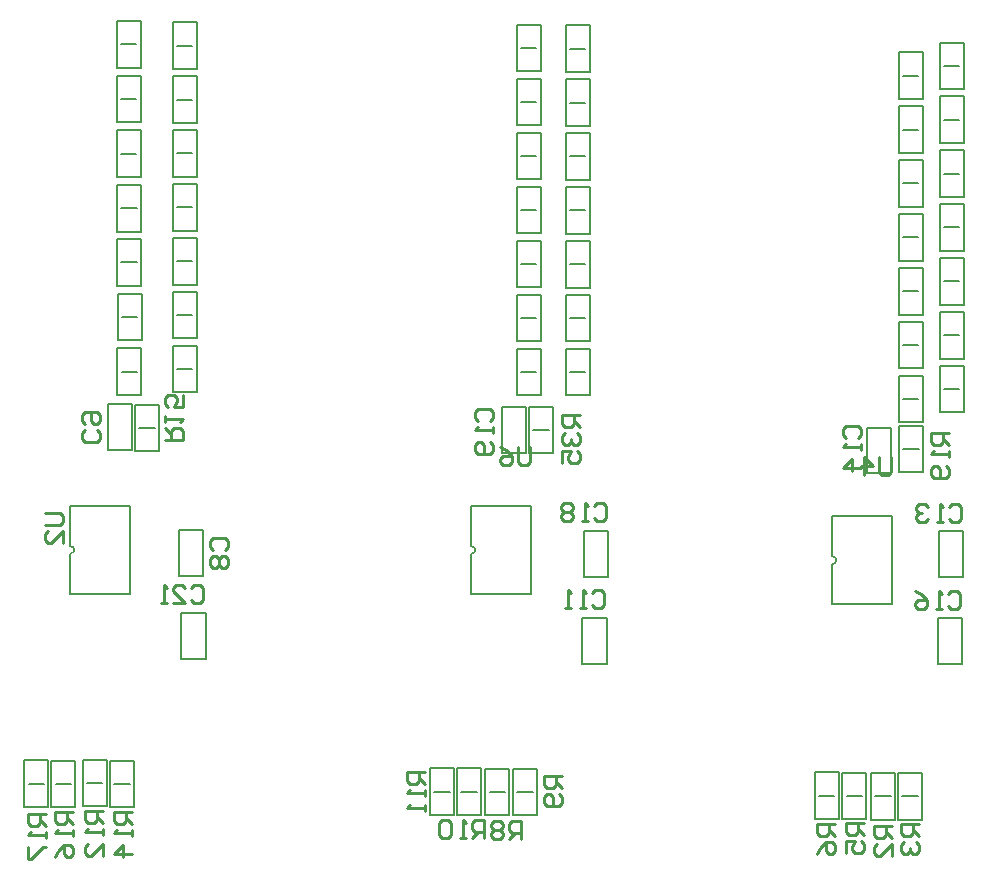
<source format=gbo>
G04 Layer_Color=32896*
%FSLAX25Y25*%
%MOIN*%
G70*
G01*
G75*
%ADD40C,0.00787*%
%ADD41C,0.00500*%
%ADD42C,0.01000*%
D40*
X349200Y191893D02*
G03*
X349200Y194393I0J1250D01*
G01*
X228850Y195293D02*
G03*
X228850Y197793I0J1250D01*
G01*
X95200Y195307D02*
G03*
X95200Y197807I0J1250D01*
G01*
X81241Y118700D02*
X86359D01*
X90241Y118600D02*
X95359D01*
X109841Y118500D02*
X114959D01*
X100741Y118800D02*
X105859D01*
X244141Y115800D02*
X249259D01*
X225541Y116000D02*
X230659D01*
X216541Y116000D02*
X221659D01*
X234941Y115900D02*
X240059D01*
X344741Y114700D02*
X349859D01*
X353941Y114500D02*
X359059D01*
X363541Y114400D02*
X368659D01*
X372441Y114400D02*
X377559D01*
X372841Y230200D02*
X377959D01*
X349200Y207769D02*
X369200D01*
Y178517D02*
Y207769D01*
X349200Y178517D02*
X369200D01*
X349200D02*
Y191893D01*
Y194393D02*
Y207769D01*
X372716Y246831D02*
X377835D01*
X372716Y264803D02*
X377835D01*
X372716Y282776D02*
X377835D01*
X372716Y300748D02*
X377835D01*
X372716Y318721D02*
X377835D01*
X372716Y336693D02*
X377835D01*
X372716Y354665D02*
X377835D01*
X386417Y250131D02*
X391535D01*
X386417Y268103D02*
X391535D01*
X386417Y286076D02*
X391535D01*
X386417Y304048D02*
X391535D01*
X386417Y322021D02*
X391535D01*
X386417Y339993D02*
X391535D01*
X386417Y357965D02*
X391535D01*
X261717Y327720D02*
X266835D01*
X261717Y255831D02*
X266835D01*
X261717Y273803D02*
X266835D01*
X261717Y291776D02*
X266835D01*
X261717Y309748D02*
X266835D01*
X261717Y345693D02*
X266835D01*
X261717Y363665D02*
X266835D01*
X228850Y211169D02*
X248850D01*
Y181917D02*
Y211169D01*
X228850Y181917D02*
X248850D01*
X228850D02*
Y195293D01*
Y197793D02*
Y211169D01*
X249541Y236500D02*
X254659D01*
X118141Y237300D02*
X123259D01*
X95200Y211183D02*
X115200D01*
Y181931D02*
Y211183D01*
X95200Y181931D02*
X115200D01*
X95200D02*
Y195307D01*
Y197807D02*
Y211183D01*
X130717Y364665D02*
X135835D01*
X130717Y256831D02*
X135835D01*
X130717Y274803D02*
X135835D01*
X130717Y292776D02*
X135835D01*
X130717Y310748D02*
X135835D01*
X130717Y328720D02*
X135835D01*
X130717Y346693D02*
X135835D01*
X112004Y365059D02*
X117122D01*
X112004Y346850D02*
X117122D01*
X112004Y328642D02*
X117122D01*
X112201Y310433D02*
X117319D01*
X112201Y292421D02*
X117319D01*
X112398Y274114D02*
X117516D01*
X112299Y256004D02*
X117417D01*
X245370Y363779D02*
X250488D01*
X245370Y345807D02*
X250488D01*
X245370Y327835D02*
X250488D01*
X245370Y309862D02*
X250488D01*
X245370Y291890D02*
X250488D01*
X245370Y273917D02*
X250488D01*
X245370Y255945D02*
X250488D01*
D41*
X79804Y110964D02*
Y126436D01*
Y110964D02*
X87796D01*
Y126436D01*
X79804D02*
X87796D01*
X96796Y110864D02*
Y126336D01*
X88804D02*
X96796D01*
X88804Y110864D02*
Y126336D01*
Y110864D02*
X96796D01*
X108404Y110764D02*
Y126236D01*
Y110764D02*
X116396D01*
Y126236D01*
X108404D02*
X116396D01*
X107296Y111064D02*
Y126536D01*
X99304D02*
X107296D01*
X99304Y111064D02*
Y126536D01*
Y111064D02*
X107296D01*
X242704Y108064D02*
Y123536D01*
Y108064D02*
X250696D01*
Y123536D01*
X242704D02*
X250696D01*
X232096Y108264D02*
Y123736D01*
X224104D02*
X232096D01*
X224104Y108264D02*
Y123736D01*
Y108264D02*
X232096D01*
X215104D02*
Y123736D01*
Y108264D02*
X223096D01*
Y123736D01*
X215104D02*
X223096D01*
X241496Y108164D02*
Y123636D01*
X233504D02*
X241496D01*
X233504Y108164D02*
Y123636D01*
Y108164D02*
X241496D01*
X343304Y106964D02*
Y122436D01*
Y106964D02*
X351296D01*
Y122436D01*
X343304D02*
X351296D01*
X360496Y106764D02*
Y122236D01*
X352504D02*
X360496D01*
X352504Y106764D02*
Y122236D01*
Y106764D02*
X360496D01*
X370096Y106664D02*
Y122136D01*
X362104D02*
X370096D01*
X362104Y106664D02*
Y122136D01*
Y106664D02*
X370096D01*
X371004D02*
Y122136D01*
Y106664D02*
X378996D01*
Y122136D01*
X371004D02*
X378996D01*
X265850Y173835D02*
X273950D01*
Y158645D02*
Y173835D01*
X265850Y158645D02*
Y173835D01*
Y158645D02*
X273950D01*
X384350Y173795D02*
X392450D01*
Y158605D02*
Y173795D01*
X384350Y158605D02*
Y173795D01*
Y158605D02*
X392450D01*
X132150Y175495D02*
X140250D01*
Y160305D02*
Y175495D01*
X132150Y160305D02*
Y175495D01*
Y160305D02*
X140250D01*
X131350Y187905D02*
X139450D01*
X131350D02*
Y203095D01*
X139450Y187905D02*
Y203095D01*
X131350D02*
X139450D01*
X266250Y187705D02*
X274350D01*
X266250D02*
Y202895D01*
X274350Y187705D02*
Y202895D01*
X266250D02*
X274350D01*
X360650Y237295D02*
X368750D01*
Y222105D02*
Y237295D01*
X360650Y222105D02*
Y237295D01*
Y222105D02*
X368750D01*
X371404Y222464D02*
Y237936D01*
Y222464D02*
X379396D01*
Y237936D01*
X371404D02*
X379396D01*
X384650Y187605D02*
X392750D01*
X384650D02*
Y202795D01*
X392750Y187605D02*
Y202795D01*
X384650D02*
X392750D01*
X371280Y239094D02*
Y254567D01*
Y239094D02*
X379272D01*
Y254567D01*
X371280D02*
X379272D01*
X371280Y257067D02*
Y272539D01*
Y257067D02*
X379272D01*
Y272539D01*
X371280D02*
X379272D01*
X371280Y275039D02*
Y290512D01*
Y275039D02*
X379272D01*
Y290512D01*
X371280D02*
X379272D01*
X371280Y293012D02*
Y308484D01*
Y293012D02*
X379272D01*
Y308484D01*
X371280D02*
X379272D01*
X371280Y310984D02*
Y326457D01*
Y310984D02*
X379272D01*
Y326457D01*
X371280D02*
X379272D01*
X371280Y328957D02*
Y344429D01*
Y328957D02*
X379272D01*
Y344429D01*
X371280D02*
X379272D01*
X371280Y346929D02*
Y362402D01*
Y346929D02*
X379272D01*
Y362402D01*
X371280D02*
X379272D01*
X384980Y242394D02*
Y257867D01*
Y242394D02*
X392972D01*
Y257867D01*
X384980D02*
X392972D01*
X384980Y260367D02*
Y275839D01*
Y260367D02*
X392972D01*
Y275839D01*
X384980D02*
X392972D01*
X384980Y278339D02*
Y293812D01*
Y278339D02*
X392972D01*
Y293812D01*
X384980D02*
X392972D01*
X384980Y296312D02*
Y311784D01*
Y296312D02*
X392972D01*
Y311784D01*
X384980D02*
X392972D01*
X384980Y314284D02*
Y329757D01*
Y314284D02*
X392972D01*
Y329757D01*
X384980D02*
X392972D01*
X384980Y332257D02*
Y347729D01*
Y332257D02*
X392972D01*
Y347729D01*
X384980D02*
X392972D01*
X384980Y350229D02*
Y365702D01*
Y350229D02*
X392972D01*
Y365702D01*
X384980D02*
X392972D01*
X260279Y319984D02*
Y335457D01*
Y319984D02*
X268272D01*
Y335457D01*
X260279D02*
X268272D01*
X260279Y248095D02*
Y263567D01*
Y248095D02*
X268272D01*
Y263567D01*
X260279D02*
X268272D01*
X260279Y266067D02*
Y281539D01*
Y266067D02*
X268272D01*
Y281539D01*
X260279D02*
X268272D01*
X260279Y284039D02*
Y299512D01*
Y284039D02*
X268272D01*
Y299512D01*
X260279D02*
X268272D01*
X260279Y302012D02*
Y317484D01*
Y302012D02*
X268272D01*
Y317484D01*
X260279D02*
X268272D01*
X260279Y337957D02*
Y353429D01*
Y337957D02*
X268272D01*
Y353429D01*
X260279D02*
X268272D01*
X260279Y355929D02*
Y371402D01*
Y355929D02*
X268272D01*
Y371402D01*
X260279D02*
X268272D01*
X248104Y228764D02*
Y244236D01*
Y228764D02*
X256096D01*
Y244236D01*
X248104D02*
X256096D01*
X239050Y244195D02*
X247150D01*
Y229005D02*
Y244195D01*
X239050Y229005D02*
Y244195D01*
Y229005D02*
X247150D01*
X116704Y229564D02*
Y245036D01*
Y229564D02*
X124696D01*
Y245036D01*
X116704D02*
X124696D01*
X107550Y245055D02*
X115650D01*
Y229865D02*
Y245055D01*
X107550Y229865D02*
Y245055D01*
Y229865D02*
X115650D01*
X129279Y356929D02*
Y372402D01*
Y356929D02*
X137272D01*
Y372402D01*
X129279D02*
X137272D01*
X129279Y249095D02*
Y264567D01*
Y249095D02*
X137272D01*
Y264567D01*
X129279D02*
X137272D01*
X129279Y267067D02*
Y282539D01*
Y267067D02*
X137272D01*
Y282539D01*
X129279D02*
X137272D01*
X129279Y285039D02*
Y300512D01*
Y285039D02*
X137272D01*
Y300512D01*
X129279D02*
X137272D01*
X129279Y303012D02*
Y318484D01*
Y303012D02*
X137272D01*
Y318484D01*
X129279D02*
X137272D01*
X129279Y320984D02*
Y336457D01*
Y320984D02*
X137272D01*
Y336457D01*
X129279D02*
X137272D01*
X129279Y338957D02*
Y354429D01*
Y338957D02*
X137272D01*
Y354429D01*
X129279D02*
X137272D01*
X110567Y372795D02*
X118559D01*
Y357323D02*
Y372795D01*
X110567Y357323D02*
X118559D01*
X110567D02*
Y372795D01*
Y354587D02*
X118559D01*
Y339114D02*
Y354587D01*
X110567Y339114D02*
X118559D01*
X110567D02*
Y354587D01*
Y336378D02*
X118559D01*
Y320905D02*
Y336378D01*
X110567Y320905D02*
X118559D01*
X110567D02*
Y336378D01*
X110764Y318169D02*
X118756D01*
Y302697D02*
Y318169D01*
X110764Y302697D02*
X118756D01*
X110764D02*
Y318169D01*
Y300157D02*
X118756D01*
Y284685D02*
Y300157D01*
X110764Y284685D02*
X118756D01*
X110764D02*
Y300157D01*
X110961Y281850D02*
X118953D01*
Y266378D02*
Y281850D01*
X110961Y266378D02*
X118953D01*
X110961D02*
Y281850D01*
X110862Y263740D02*
X118854D01*
Y248268D02*
Y263740D01*
X110862Y248268D02*
X118854D01*
X110862D02*
Y263740D01*
X243933Y371516D02*
X251925D01*
Y356043D02*
Y371516D01*
X243933Y356043D02*
X251925D01*
X243933D02*
Y371516D01*
Y353543D02*
X251925D01*
Y338071D02*
Y353543D01*
X243933Y338071D02*
X251925D01*
X243933D02*
Y353543D01*
Y335571D02*
X251925D01*
Y320098D02*
Y335571D01*
X243933Y320098D02*
X251925D01*
X243933D02*
Y335571D01*
Y317598D02*
X251925D01*
Y302126D02*
Y317598D01*
X243933Y302126D02*
X251925D01*
X243933D02*
Y317598D01*
Y299626D02*
X251925D01*
Y284154D02*
Y299626D01*
X243933Y284154D02*
X251925D01*
X243933D02*
Y299626D01*
Y281654D02*
X251925D01*
Y266181D02*
Y281654D01*
X243933Y266181D02*
X251925D01*
X243933D02*
Y281654D01*
Y263681D02*
X251925D01*
Y248209D02*
Y263681D01*
X243933Y248209D02*
X251925D01*
X243933D02*
Y263681D01*
D42*
X87000Y108700D02*
X81002D01*
Y105701D01*
X82002Y104701D01*
X84001D01*
X85001Y105701D01*
Y108700D01*
Y106701D02*
X87000Y104701D01*
Y102702D02*
Y100703D01*
Y101702D01*
X81002D01*
X82002Y102702D01*
X81002Y97704D02*
Y93705D01*
X82002D01*
X86000Y97704D01*
X87000D01*
X96000Y109100D02*
X90002D01*
Y106101D01*
X91002Y105101D01*
X93001D01*
X94001Y106101D01*
Y109100D01*
Y107101D02*
X96000Y105101D01*
Y103102D02*
Y101103D01*
Y102102D01*
X90002D01*
X91002Y103102D01*
X90002Y94105D02*
X91002Y96104D01*
X93001Y98104D01*
X95000D01*
X96000Y97104D01*
Y95104D01*
X95000Y94105D01*
X94001D01*
X93001Y95104D01*
Y98104D01*
X115600Y109100D02*
X109602D01*
Y106101D01*
X110602Y105101D01*
X112601D01*
X113601Y106101D01*
Y109100D01*
Y107101D02*
X115600Y105101D01*
Y103102D02*
Y101103D01*
Y102102D01*
X109602D01*
X110602Y103102D01*
X115600Y95104D02*
X109602D01*
X112601Y98104D01*
Y94105D01*
X106100Y109700D02*
X100102D01*
Y106701D01*
X101102Y105701D01*
X103101D01*
X104101Y106701D01*
Y109700D01*
Y107701D02*
X106100Y105701D01*
Y103702D02*
Y101703D01*
Y102702D01*
X100102D01*
X101102Y103702D01*
X106100Y94705D02*
Y98704D01*
X102101Y94705D01*
X101102D01*
X100102Y95705D01*
Y97704D01*
X101102Y98704D01*
X213300Y122500D02*
X207302D01*
Y119501D01*
X208302Y118501D01*
X210301D01*
X211301Y119501D01*
Y122500D01*
Y120501D02*
X213300Y118501D01*
Y116502D02*
Y114503D01*
Y115502D01*
X207302D01*
X208302Y116502D01*
X213300Y111504D02*
Y109504D01*
Y110504D01*
X207302D01*
X208302Y111504D01*
X233000Y100600D02*
Y106598D01*
X230001D01*
X229001Y105598D01*
Y103599D01*
X230001Y102599D01*
X233000D01*
X231001D02*
X229001Y100600D01*
X227002D02*
X225003D01*
X226002D01*
Y106598D01*
X227002Y105598D01*
X222004D02*
X221004Y106598D01*
X219005D01*
X218005Y105598D01*
Y101600D01*
X219005Y100600D01*
X221004D01*
X222004Y101600D01*
Y105598D01*
X259000Y121100D02*
X253002D01*
Y118101D01*
X254002Y117101D01*
X256001D01*
X257001Y118101D01*
Y121100D01*
Y119101D02*
X259000Y117101D01*
X258000Y115102D02*
X259000Y114102D01*
Y112103D01*
X258000Y111103D01*
X254002D01*
X253002Y112103D01*
Y114102D01*
X254002Y115102D01*
X255001D01*
X256001Y114102D01*
Y111103D01*
X245300Y100300D02*
Y106298D01*
X242301D01*
X241301Y105298D01*
Y103299D01*
X242301Y102299D01*
X245300D01*
X243301D02*
X241301Y100300D01*
X239302Y105298D02*
X238302Y106298D01*
X236303D01*
X235303Y105298D01*
Y104299D01*
X236303Y103299D01*
X235303Y102299D01*
Y101300D01*
X236303Y100300D01*
X238302D01*
X239302Y101300D01*
Y102299D01*
X238302Y103299D01*
X239302Y104299D01*
Y105298D01*
X238302Y103299D02*
X236303D01*
X350100Y105200D02*
X344102D01*
Y102201D01*
X345102Y101201D01*
X347101D01*
X348101Y102201D01*
Y105200D01*
Y103201D02*
X350100Y101201D01*
X344102Y95203D02*
X345102Y97203D01*
X347101Y99202D01*
X349100D01*
X350100Y98202D01*
Y96203D01*
X349100Y95203D01*
X348101D01*
X347101Y96203D01*
Y99202D01*
X359600Y105500D02*
X353602D01*
Y102501D01*
X354602Y101501D01*
X356601D01*
X357601Y102501D01*
Y105500D01*
Y103501D02*
X359600Y101501D01*
X353602Y95503D02*
Y99502D01*
X356601D01*
X355601Y97503D01*
Y96503D01*
X356601Y95503D01*
X358600D01*
X359600Y96503D01*
Y98502D01*
X358600Y99502D01*
X378000Y105100D02*
X372002D01*
Y102101D01*
X373002Y101101D01*
X375001D01*
X376001Y102101D01*
Y105100D01*
Y103101D02*
X378000Y101101D01*
X373002Y99102D02*
X372002Y98102D01*
Y96103D01*
X373002Y95103D01*
X374001D01*
X375001Y96103D01*
Y97103D01*
Y96103D01*
X376001Y95103D01*
X377000D01*
X378000Y96103D01*
Y98102D01*
X377000Y99102D01*
X369000Y104700D02*
X363002D01*
Y101701D01*
X364002Y100701D01*
X366001D01*
X367001Y101701D01*
Y104700D01*
Y102701D02*
X369000Y100701D01*
Y94703D02*
Y98702D01*
X365001Y94703D01*
X364002D01*
X363002Y95703D01*
Y97702D01*
X364002Y98702D01*
X269171Y182123D02*
X270170Y183123D01*
X272170D01*
X273169Y182123D01*
Y178124D01*
X272170Y177124D01*
X270170D01*
X269171Y178124D01*
X267171Y177124D02*
X265172D01*
X266172D01*
Y183123D01*
X267171Y182123D01*
X262173Y177124D02*
X260174D01*
X261173D01*
Y183123D01*
X262173Y182123D01*
X135471Y183723D02*
X136470Y184722D01*
X138470D01*
X139469Y183723D01*
Y179724D01*
X138470Y178724D01*
X136470D01*
X135471Y179724D01*
X129472Y178724D02*
X133471D01*
X129472Y182723D01*
Y183723D01*
X130472Y184722D01*
X132472D01*
X133471Y183723D01*
X127473Y178724D02*
X125474D01*
X126473D01*
Y184722D01*
X127473Y183723D01*
X387671Y182023D02*
X388670Y183022D01*
X390670D01*
X391669Y182023D01*
Y178024D01*
X390670Y177024D01*
X388670D01*
X387671Y178024D01*
X385671Y177024D02*
X383672D01*
X384671D01*
Y183022D01*
X385671Y182023D01*
X376674Y183022D02*
X378674Y182023D01*
X380673Y180023D01*
Y178024D01*
X379673Y177024D01*
X377674D01*
X376674Y178024D01*
Y179024D01*
X377674Y180023D01*
X380673D01*
X248269Y230923D02*
Y225924D01*
X247270Y224924D01*
X245270D01*
X244271Y225924D01*
Y230923D01*
X238273D02*
X240272Y229923D01*
X242271Y227923D01*
Y225924D01*
X241271Y224924D01*
X239272D01*
X238273Y225924D01*
Y226924D01*
X239272Y227923D01*
X242271D01*
X368569Y227522D02*
Y222524D01*
X367570Y221524D01*
X365570D01*
X364571Y222524D01*
Y227522D01*
X359572Y221524D02*
Y227522D01*
X362571Y224523D01*
X358573D01*
X387900Y235700D02*
X381902D01*
Y232701D01*
X382902Y231701D01*
X384901D01*
X385901Y232701D01*
Y235700D01*
Y233701D02*
X387900Y231701D01*
Y229702D02*
Y227703D01*
Y228702D01*
X381902D01*
X382902Y229702D01*
X386900Y224704D02*
X387900Y223704D01*
Y221705D01*
X386900Y220705D01*
X382902D01*
X381902Y221705D01*
Y223704D01*
X382902Y224704D01*
X383901D01*
X384901Y223704D01*
Y220705D01*
X265000Y241500D02*
X259002D01*
Y238501D01*
X260002Y237501D01*
X262001D01*
X263001Y238501D01*
Y241500D01*
Y239501D02*
X265000Y237501D01*
X260002Y235502D02*
X259002Y234502D01*
Y232503D01*
X260002Y231503D01*
X261001D01*
X262001Y232503D01*
Y233503D01*
Y232503D01*
X263001Y231503D01*
X264000D01*
X265000Y232503D01*
Y234502D01*
X264000Y235502D01*
X259002Y225505D02*
Y229504D01*
X262001D01*
X261001Y227504D01*
Y226505D01*
X262001Y225505D01*
X264000D01*
X265000Y226505D01*
Y228504D01*
X264000Y229504D01*
X387971Y211023D02*
X388970Y212022D01*
X390970D01*
X391969Y211023D01*
Y207024D01*
X390970Y206024D01*
X388970D01*
X387971Y207024D01*
X385971Y206024D02*
X383972D01*
X384971D01*
Y212022D01*
X385971Y211023D01*
X380973D02*
X379973Y212022D01*
X377974D01*
X376974Y211023D01*
Y210023D01*
X377974Y209023D01*
X378974D01*
X377974D01*
X376974Y208024D01*
Y207024D01*
X377974Y206024D01*
X379973D01*
X380973Y207024D01*
X353702Y234001D02*
X352702Y235001D01*
Y237000D01*
X353702Y238000D01*
X357700D01*
X358700Y237000D01*
Y235001D01*
X357700Y234001D01*
X358700Y232002D02*
Y230003D01*
Y231002D01*
X352702D01*
X353702Y232002D01*
X358700Y224005D02*
X352702D01*
X355701Y227004D01*
Y223005D01*
X269571Y211123D02*
X270570Y212123D01*
X272570D01*
X273569Y211123D01*
Y207124D01*
X272570Y206124D01*
X270570D01*
X269571Y207124D01*
X267571Y206124D02*
X265572D01*
X266571D01*
Y212123D01*
X267571Y211123D01*
X262573D02*
X261573Y212123D01*
X259574D01*
X258574Y211123D01*
Y210123D01*
X259574Y209123D01*
X258574Y208124D01*
Y207124D01*
X259574Y206124D01*
X261573D01*
X262573Y207124D01*
Y208124D01*
X261573Y209123D01*
X262573Y210123D01*
Y211123D01*
X261573Y209123D02*
X259574D01*
X231102Y239501D02*
X230102Y240501D01*
Y242500D01*
X231102Y243500D01*
X235100D01*
X236100Y242500D01*
Y240501D01*
X235100Y239501D01*
X236100Y237502D02*
Y235503D01*
Y236502D01*
X230102D01*
X231102Y237502D01*
X235100Y232504D02*
X236100Y231504D01*
Y229504D01*
X235100Y228505D01*
X231102D01*
X230102Y229504D01*
Y231504D01*
X231102Y232504D01*
X232101D01*
X233101Y231504D01*
Y228505D01*
X126600Y233100D02*
X132598D01*
Y236099D01*
X131598Y237099D01*
X129599D01*
X128599Y236099D01*
Y233100D01*
Y235099D02*
X126600Y237099D01*
Y239098D02*
Y241097D01*
Y240098D01*
X132598D01*
X131598Y239098D01*
X132598Y248095D02*
Y244096D01*
X129599D01*
X130599Y246096D01*
Y247095D01*
X129599Y248095D01*
X127600D01*
X126600Y247095D01*
Y245096D01*
X127600Y244096D01*
X104098Y236699D02*
X105098Y235699D01*
Y233700D01*
X104098Y232700D01*
X100100D01*
X99100Y233700D01*
Y235699D01*
X100100Y236699D01*
Y238698D02*
X99100Y239698D01*
Y241697D01*
X100100Y242697D01*
X104098D01*
X105098Y241697D01*
Y239698D01*
X104098Y238698D01*
X103099D01*
X102099Y239698D01*
Y242697D01*
X86702Y209013D02*
X91700D01*
X92700Y208014D01*
Y206014D01*
X91700Y205015D01*
X86702D01*
X92700Y199017D02*
Y203015D01*
X88701Y199017D01*
X87702D01*
X86702Y200016D01*
Y202016D01*
X87702Y203015D01*
X142702Y196601D02*
X141702Y197601D01*
Y199600D01*
X142702Y200600D01*
X146700D01*
X147700Y199600D01*
Y197601D01*
X146700Y196601D01*
X142702Y194602D02*
X141702Y193602D01*
Y191603D01*
X142702Y190603D01*
X143701D01*
X144701Y191603D01*
X145701Y190603D01*
X146700D01*
X147700Y191603D01*
Y193602D01*
X146700Y194602D01*
X145701D01*
X144701Y193602D01*
X143701Y194602D01*
X142702D01*
X144701Y193602D02*
Y191603D01*
M02*

</source>
